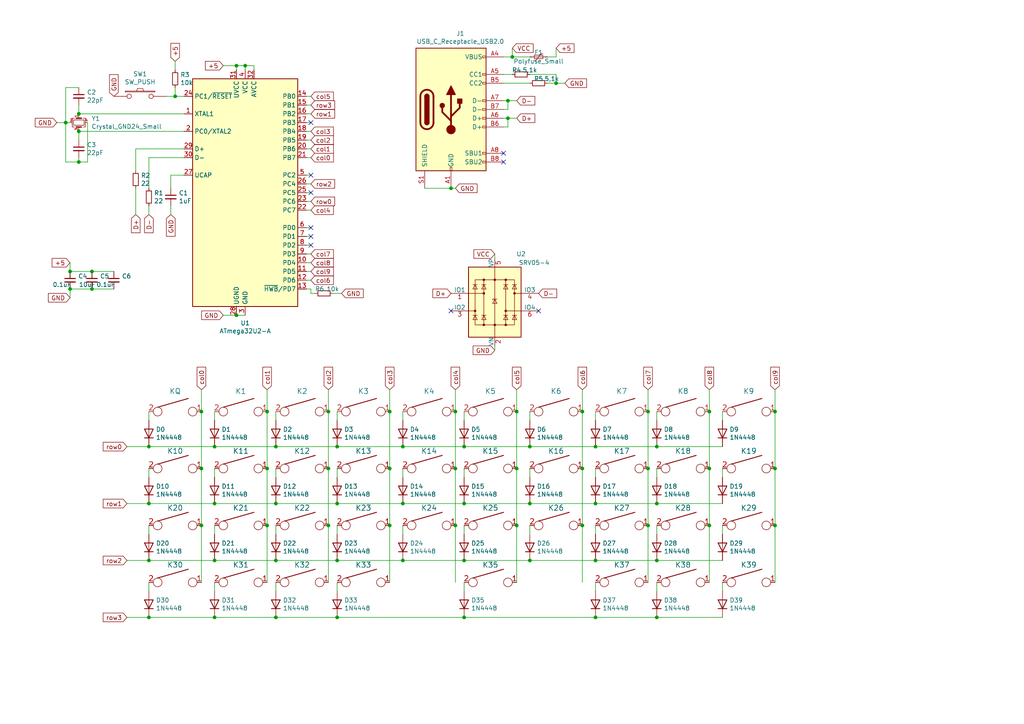
<source format=kicad_sch>
(kicad_sch (version 20210621) (generator eeschema)
  (paper "A4")
  (junction (at 19.05 35.56))
  (junction (at 20.32 78.74))
  (junction (at 20.32 83.82))
  (junction (at 22.86 33.02))
  (junction (at 22.86 38.1))
  (junction (at 22.86 46.99))
  (junction (at 26.67 78.74))
  (junction (at 26.67 83.82))
  (junction (at 43.18 129.54))
  (junction (at 43.18 146.05))
  (junction (at 43.18 162.56))
  (junction (at 43.18 179.07))
  (junction (at 50.8 27.94))
  (junction (at 58.42 119.38))
  (junction (at 58.42 135.89))
  (junction (at 58.42 152.4))
  (junction (at 62.23 129.54))
  (junction (at 62.23 146.05))
  (junction (at 62.23 162.56))
  (junction (at 62.23 179.07))
  (junction (at 68.58 19.05))
  (junction (at 68.58 91.44))
  (junction (at 71.12 19.05))
  (junction (at 77.47 119.38))
  (junction (at 77.47 135.89))
  (junction (at 77.47 152.4))
  (junction (at 80.01 129.54))
  (junction (at 80.01 146.05))
  (junction (at 80.01 162.56))
  (junction (at 80.01 179.07))
  (junction (at 95.25 119.38))
  (junction (at 95.25 135.89))
  (junction (at 95.25 152.4))
  (junction (at 97.79 129.54))
  (junction (at 97.79 146.05))
  (junction (at 97.79 162.56))
  (junction (at 97.79 179.07))
  (junction (at 113.03 119.38))
  (junction (at 113.03 135.89))
  (junction (at 113.03 152.4))
  (junction (at 116.84 129.54))
  (junction (at 116.84 146.05))
  (junction (at 116.84 162.56))
  (junction (at 130.81 54.61))
  (junction (at 132.08 119.38))
  (junction (at 132.08 135.89))
  (junction (at 132.08 152.4))
  (junction (at 134.62 129.54))
  (junction (at 134.62 146.05))
  (junction (at 134.62 162.56))
  (junction (at 134.62 179.07))
  (junction (at 147.32 29.21))
  (junction (at 147.32 34.29))
  (junction (at 148.59 16.51))
  (junction (at 149.86 119.38))
  (junction (at 149.86 135.89))
  (junction (at 149.86 152.4))
  (junction (at 153.67 129.54))
  (junction (at 153.67 146.05))
  (junction (at 153.67 162.56))
  (junction (at 161.29 24.13))
  (junction (at 168.91 119.38))
  (junction (at 168.91 135.89))
  (junction (at 168.91 152.4))
  (junction (at 172.72 129.54))
  (junction (at 172.72 146.05))
  (junction (at 172.72 162.56))
  (junction (at 172.72 179.07))
  (junction (at 187.96 119.38))
  (junction (at 187.96 135.89))
  (junction (at 187.96 152.4))
  (junction (at 190.5 129.54))
  (junction (at 190.5 146.05))
  (junction (at 190.5 162.56))
  (junction (at 190.5 179.07))
  (junction (at 205.74 119.38))
  (junction (at 205.74 135.89))
  (junction (at 205.74 152.4))
  (junction (at 224.79 119.38))
  (junction (at 224.79 135.89))
  (junction (at 224.79 152.4))
  (no_connect (at 90.17 35.56))
  (no_connect (at 90.17 50.8))
  (no_connect (at 90.17 55.88))
  (no_connect (at 90.17 66.04))
  (no_connect (at 90.17 68.58))
  (no_connect (at 90.17 71.12))
  (no_connect (at 130.81 90.17))
  (no_connect (at 146.05 44.45))
  (no_connect (at 146.05 46.99))
  (no_connect (at 156.21 90.17))
  (wire (pts (xy 19.05 25.4) (xy 19.05 35.56)))
  (wire (pts (xy 19.05 35.56) (xy 16.51 35.56)))
  (wire (pts (xy 19.05 35.56) (xy 19.05 46.99)))
  (wire (pts (xy 19.05 46.99) (xy 22.86 46.99)))
  (wire (pts (xy 20.32 35.56) (xy 19.05 35.56)))
  (wire (pts (xy 20.32 78.74) (xy 20.32 76.2)))
  (wire (pts (xy 20.32 83.82) (xy 20.32 86.36)))
  (wire (pts (xy 20.32 83.82) (xy 26.67 83.82)))
  (wire (pts (xy 22.86 25.4) (xy 19.05 25.4)))
  (wire (pts (xy 22.86 33.02) (xy 22.86 30.48)))
  (wire (pts (xy 22.86 38.1) (xy 22.86 40.64)))
  (wire (pts (xy 22.86 46.99) (xy 22.86 45.72)))
  (wire (pts (xy 25.4 35.56) (xy 25.4 46.99)))
  (wire (pts (xy 25.4 46.99) (xy 22.86 46.99)))
  (wire (pts (xy 26.67 78.74) (xy 20.32 78.74)))
  (wire (pts (xy 26.67 83.82) (xy 33.02 83.82)))
  (wire (pts (xy 33.02 78.74) (xy 26.67 78.74)))
  (wire (pts (xy 36.83 146.05) (xy 43.18 146.05)))
  (wire (pts (xy 36.83 162.56) (xy 43.18 162.56)))
  (wire (pts (xy 36.83 179.07) (xy 43.18 179.07)))
  (wire (pts (xy 39.37 43.18) (xy 39.37 49.53)))
  (wire (pts (xy 39.37 54.61) (xy 39.37 62.23)))
  (wire (pts (xy 43.18 45.72) (xy 43.18 54.61)))
  (wire (pts (xy 43.18 59.69) (xy 43.18 62.23)))
  (wire (pts (xy 43.18 119.38) (xy 43.18 121.92)))
  (wire (pts (xy 43.18 129.54) (xy 36.83 129.54)))
  (wire (pts (xy 43.18 129.54) (xy 62.23 129.54)))
  (wire (pts (xy 43.18 135.89) (xy 43.18 138.43)))
  (wire (pts (xy 43.18 146.05) (xy 62.23 146.05)))
  (wire (pts (xy 43.18 152.4) (xy 43.18 154.94)))
  (wire (pts (xy 43.18 162.56) (xy 62.23 162.56)))
  (wire (pts (xy 43.18 168.91) (xy 43.18 171.45)))
  (wire (pts (xy 43.18 179.07) (xy 62.23 179.07)))
  (wire (pts (xy 49.53 50.8) (xy 49.53 54.61)))
  (wire (pts (xy 49.53 59.69) (xy 49.53 62.23)))
  (wire (pts (xy 50.8 17.78) (xy 50.8 20.32)))
  (wire (pts (xy 50.8 27.94) (xy 48.26 27.94)))
  (wire (pts (xy 50.8 27.94) (xy 50.8 25.4)))
  (wire (pts (xy 53.34 27.94) (xy 50.8 27.94)))
  (wire (pts (xy 53.34 33.02) (xy 22.86 33.02)))
  (wire (pts (xy 53.34 38.1) (xy 22.86 38.1)))
  (wire (pts (xy 53.34 43.18) (xy 39.37 43.18)))
  (wire (pts (xy 53.34 45.72) (xy 43.18 45.72)))
  (wire (pts (xy 53.34 50.8) (xy 49.53 50.8)))
  (wire (pts (xy 58.42 113.03) (xy 58.42 119.38)))
  (wire (pts (xy 58.42 119.38) (xy 58.42 135.89)))
  (wire (pts (xy 58.42 135.89) (xy 58.42 152.4)))
  (wire (pts (xy 58.42 152.4) (xy 58.42 168.91)))
  (wire (pts (xy 62.23 119.38) (xy 62.23 121.92)))
  (wire (pts (xy 62.23 129.54) (xy 80.01 129.54)))
  (wire (pts (xy 62.23 135.89) (xy 62.23 138.43)))
  (wire (pts (xy 62.23 146.05) (xy 80.01 146.05)))
  (wire (pts (xy 62.23 152.4) (xy 62.23 154.94)))
  (wire (pts (xy 62.23 162.56) (xy 80.01 162.56)))
  (wire (pts (xy 62.23 168.91) (xy 62.23 171.45)))
  (wire (pts (xy 62.23 179.07) (xy 80.01 179.07)))
  (wire (pts (xy 64.77 19.05) (xy 68.58 19.05)))
  (wire (pts (xy 68.58 19.05) (xy 68.58 20.32)))
  (wire (pts (xy 68.58 91.44) (xy 64.77 91.44)))
  (wire (pts (xy 68.58 91.44) (xy 71.12 91.44)))
  (wire (pts (xy 71.12 19.05) (xy 68.58 19.05)))
  (wire (pts (xy 71.12 19.05) (xy 71.12 20.32)))
  (wire (pts (xy 73.66 19.05) (xy 71.12 19.05)))
  (wire (pts (xy 73.66 20.32) (xy 73.66 19.05)))
  (wire (pts (xy 77.47 113.03) (xy 77.47 119.38)))
  (wire (pts (xy 77.47 119.38) (xy 77.47 135.89)))
  (wire (pts (xy 77.47 135.89) (xy 77.47 152.4)))
  (wire (pts (xy 77.47 152.4) (xy 77.47 168.91)))
  (wire (pts (xy 80.01 119.38) (xy 80.01 121.92)))
  (wire (pts (xy 80.01 129.54) (xy 97.79 129.54)))
  (wire (pts (xy 80.01 135.89) (xy 80.01 138.43)))
  (wire (pts (xy 80.01 146.05) (xy 97.79 146.05)))
  (wire (pts (xy 80.01 152.4) (xy 80.01 154.94)))
  (wire (pts (xy 80.01 162.56) (xy 97.79 162.56)))
  (wire (pts (xy 80.01 168.91) (xy 80.01 171.45)))
  (wire (pts (xy 80.01 179.07) (xy 97.79 179.07)))
  (wire (pts (xy 88.9 27.94) (xy 90.17 27.94)))
  (wire (pts (xy 88.9 30.48) (xy 90.17 30.48)))
  (wire (pts (xy 88.9 33.02) (xy 90.17 33.02)))
  (wire (pts (xy 88.9 35.56) (xy 90.17 35.56)))
  (wire (pts (xy 88.9 38.1) (xy 90.17 38.1)))
  (wire (pts (xy 88.9 40.64) (xy 90.17 40.64)))
  (wire (pts (xy 88.9 43.18) (xy 90.17 43.18)))
  (wire (pts (xy 88.9 45.72) (xy 90.17 45.72)))
  (wire (pts (xy 88.9 50.8) (xy 90.17 50.8)))
  (wire (pts (xy 88.9 53.34) (xy 90.17 53.34)))
  (wire (pts (xy 88.9 55.88) (xy 90.17 55.88)))
  (wire (pts (xy 88.9 58.42) (xy 90.17 58.42)))
  (wire (pts (xy 88.9 60.96) (xy 90.17 60.96)))
  (wire (pts (xy 88.9 66.04) (xy 90.17 66.04)))
  (wire (pts (xy 88.9 68.58) (xy 90.17 68.58)))
  (wire (pts (xy 88.9 71.12) (xy 90.17 71.12)))
  (wire (pts (xy 88.9 73.66) (xy 90.17 73.66)))
  (wire (pts (xy 88.9 76.2) (xy 90.17 76.2)))
  (wire (pts (xy 88.9 78.74) (xy 90.17 78.74)))
  (wire (pts (xy 88.9 81.28) (xy 90.17 81.28)))
  (wire (pts (xy 88.9 83.82) (xy 90.17 83.82)))
  (wire (pts (xy 90.17 83.82) (xy 90.17 85.09)))
  (wire (pts (xy 90.17 85.09) (xy 91.44 85.09)))
  (wire (pts (xy 95.25 113.03) (xy 95.25 119.38)))
  (wire (pts (xy 95.25 119.38) (xy 95.25 135.89)))
  (wire (pts (xy 95.25 135.89) (xy 95.25 152.4)))
  (wire (pts (xy 95.25 152.4) (xy 95.25 168.91)))
  (wire (pts (xy 96.52 85.09) (xy 99.06 85.09)))
  (wire (pts (xy 97.79 119.38) (xy 97.79 121.92)))
  (wire (pts (xy 97.79 129.54) (xy 116.84 129.54)))
  (wire (pts (xy 97.79 135.89) (xy 97.79 138.43)))
  (wire (pts (xy 97.79 146.05) (xy 116.84 146.05)))
  (wire (pts (xy 97.79 152.4) (xy 97.79 154.94)))
  (wire (pts (xy 97.79 162.56) (xy 116.84 162.56)))
  (wire (pts (xy 97.79 168.91) (xy 97.79 171.45)))
  (wire (pts (xy 97.79 179.07) (xy 134.62 179.07)))
  (wire (pts (xy 113.03 113.03) (xy 113.03 119.38)))
  (wire (pts (xy 113.03 119.38) (xy 113.03 135.89)))
  (wire (pts (xy 113.03 135.89) (xy 113.03 152.4)))
  (wire (pts (xy 113.03 152.4) (xy 113.03 168.91)))
  (wire (pts (xy 116.84 119.38) (xy 116.84 121.92)))
  (wire (pts (xy 116.84 129.54) (xy 134.62 129.54)))
  (wire (pts (xy 116.84 135.89) (xy 116.84 138.43)))
  (wire (pts (xy 116.84 146.05) (xy 134.62 146.05)))
  (wire (pts (xy 116.84 152.4) (xy 116.84 154.94)))
  (wire (pts (xy 116.84 162.56) (xy 134.62 162.56)))
  (wire (pts (xy 123.19 54.61) (xy 130.81 54.61)))
  (wire (pts (xy 130.81 54.61) (xy 132.08 54.61)))
  (wire (pts (xy 132.08 113.03) (xy 132.08 119.38)))
  (wire (pts (xy 132.08 119.38) (xy 132.08 135.89)))
  (wire (pts (xy 132.08 135.89) (xy 132.08 152.4)))
  (wire (pts (xy 132.08 152.4) (xy 132.08 168.91)))
  (wire (pts (xy 134.62 119.38) (xy 134.62 121.92)))
  (wire (pts (xy 134.62 129.54) (xy 153.67 129.54)))
  (wire (pts (xy 134.62 135.89) (xy 134.62 138.43)))
  (wire (pts (xy 134.62 146.05) (xy 153.67 146.05)))
  (wire (pts (xy 134.62 152.4) (xy 134.62 154.94)))
  (wire (pts (xy 134.62 162.56) (xy 153.67 162.56)))
  (wire (pts (xy 134.62 168.91) (xy 134.62 171.45)))
  (wire (pts (xy 134.62 179.07) (xy 172.72 179.07)))
  (wire (pts (xy 143.51 74.93) (xy 143.51 73.66)))
  (wire (pts (xy 143.51 100.33) (xy 143.51 101.6)))
  (wire (pts (xy 146.05 16.51) (xy 148.59 16.51)))
  (wire (pts (xy 146.05 21.59) (xy 148.59 21.59)))
  (wire (pts (xy 146.05 24.13) (xy 153.67 24.13)))
  (wire (pts (xy 146.05 29.21) (xy 147.32 29.21)))
  (wire (pts (xy 146.05 34.29) (xy 147.32 34.29)))
  (wire (pts (xy 147.32 29.21) (xy 147.32 31.75)))
  (wire (pts (xy 147.32 29.21) (xy 149.86 29.21)))
  (wire (pts (xy 147.32 31.75) (xy 146.05 31.75)))
  (wire (pts (xy 147.32 34.29) (xy 147.32 36.83)))
  (wire (pts (xy 147.32 34.29) (xy 149.86 34.29)))
  (wire (pts (xy 147.32 36.83) (xy 146.05 36.83)))
  (wire (pts (xy 148.59 16.51) (xy 148.59 13.97)))
  (wire (pts (xy 148.59 16.51) (xy 153.67 16.51)))
  (wire (pts (xy 149.86 113.03) (xy 149.86 119.38)))
  (wire (pts (xy 149.86 119.38) (xy 149.86 135.89)))
  (wire (pts (xy 149.86 135.89) (xy 149.86 152.4)))
  (wire (pts (xy 149.86 152.4) (xy 149.86 168.91)))
  (wire (pts (xy 153.67 21.59) (xy 161.29 21.59)))
  (wire (pts (xy 153.67 119.38) (xy 153.67 121.92)))
  (wire (pts (xy 153.67 129.54) (xy 172.72 129.54)))
  (wire (pts (xy 153.67 135.89) (xy 153.67 138.43)))
  (wire (pts (xy 153.67 146.05) (xy 172.72 146.05)))
  (wire (pts (xy 153.67 152.4) (xy 153.67 154.94)))
  (wire (pts (xy 153.67 162.56) (xy 172.72 162.56)))
  (wire (pts (xy 158.75 16.51) (xy 161.29 16.51)))
  (wire (pts (xy 161.29 16.51) (xy 161.29 13.97)))
  (wire (pts (xy 161.29 21.59) (xy 161.29 24.13)))
  (wire (pts (xy 161.29 24.13) (xy 158.75 24.13)))
  (wire (pts (xy 161.29 24.13) (xy 163.83 24.13)))
  (wire (pts (xy 168.91 113.03) (xy 168.91 119.38)))
  (wire (pts (xy 168.91 119.38) (xy 168.91 135.89)))
  (wire (pts (xy 168.91 135.89) (xy 168.91 152.4)))
  (wire (pts (xy 168.91 152.4) (xy 168.91 168.91)))
  (wire (pts (xy 172.72 119.38) (xy 172.72 121.92)))
  (wire (pts (xy 172.72 129.54) (xy 190.5 129.54)))
  (wire (pts (xy 172.72 135.89) (xy 172.72 138.43)))
  (wire (pts (xy 172.72 146.05) (xy 190.5 146.05)))
  (wire (pts (xy 172.72 152.4) (xy 172.72 154.94)))
  (wire (pts (xy 172.72 162.56) (xy 190.5 162.56)))
  (wire (pts (xy 172.72 168.91) (xy 172.72 171.45)))
  (wire (pts (xy 172.72 179.07) (xy 190.5 179.07)))
  (wire (pts (xy 187.96 113.03) (xy 187.96 119.38)))
  (wire (pts (xy 187.96 119.38) (xy 187.96 135.89)))
  (wire (pts (xy 187.96 135.89) (xy 187.96 152.4)))
  (wire (pts (xy 187.96 152.4) (xy 187.96 168.91)))
  (wire (pts (xy 190.5 119.38) (xy 190.5 121.92)))
  (wire (pts (xy 190.5 129.54) (xy 209.55 129.54)))
  (wire (pts (xy 190.5 135.89) (xy 190.5 138.43)))
  (wire (pts (xy 190.5 146.05) (xy 209.55 146.05)))
  (wire (pts (xy 190.5 152.4) (xy 190.5 154.94)))
  (wire (pts (xy 190.5 162.56) (xy 209.55 162.56)))
  (wire (pts (xy 190.5 168.91) (xy 190.5 171.45)))
  (wire (pts (xy 190.5 179.07) (xy 209.55 179.07)))
  (wire (pts (xy 205.74 113.03) (xy 205.74 119.38)))
  (wire (pts (xy 205.74 119.38) (xy 205.74 135.89)))
  (wire (pts (xy 205.74 135.89) (xy 205.74 152.4)))
  (wire (pts (xy 205.74 152.4) (xy 205.74 168.91)))
  (wire (pts (xy 209.55 119.38) (xy 209.55 121.92)))
  (wire (pts (xy 209.55 135.89) (xy 209.55 138.43)))
  (wire (pts (xy 209.55 152.4) (xy 209.55 154.94)))
  (wire (pts (xy 209.55 168.91) (xy 209.55 171.45)))
  (wire (pts (xy 224.79 113.03) (xy 224.79 119.38)))
  (wire (pts (xy 224.79 119.38) (xy 224.79 135.89)))
  (wire (pts (xy 224.79 135.89) (xy 224.79 152.4)))
  (wire (pts (xy 224.79 152.4) (xy 224.79 168.91)))
  (global_label "GND" (shape input) (at 16.51 35.56 180) (property "Intersheet References" "${INTERSHEET_REFS}" (effects hide)))
  (global_label "+5" (shape input) (at 20.32 76.2 180) (property "Intersheet References" "${INTERSHEET_REFS}" (effects hide)))
  (global_label "GND" (shape input) (at 20.32 86.36 180) (property "Intersheet References" "${INTERSHEET_REFS}" (effects hide)))
  (global_label "GND" (shape input) (at 33.02 27.94 90) (property "Intersheet References" "${INTERSHEET_REFS}" (effects hide)))
  (global_label "row0" (shape input) (at 36.83 129.54 180) (property "Intersheet References" "${INTERSHEET_REFS}" (effects hide)))
  (global_label "row1" (shape input) (at 36.83 146.05 180) (property "Intersheet References" "${INTERSHEET_REFS}" (effects hide)))
  (global_label "row2" (shape input) (at 36.83 162.56 180) (property "Intersheet References" "${INTERSHEET_REFS}" (effects hide)))
  (global_label "row3" (shape input) (at 36.83 179.07 180) (property "Intersheet References" "${INTERSHEET_REFS}" (effects hide)))
  (global_label "D+" (shape input) (at 39.37 62.23 270) (property "Intersheet References" "${INTERSHEET_REFS}" (effects hide)))
  (global_label "D-" (shape input) (at 43.18 62.23 270) (property "Intersheet References" "${INTERSHEET_REFS}" (effects hide)))
  (global_label "GND" (shape input) (at 49.53 62.23 270) (property "Intersheet References" "${INTERSHEET_REFS}" (effects hide)))
  (global_label "+5" (shape input) (at 50.8 17.78 90) (property "Intersheet References" "${INTERSHEET_REFS}" (effects hide)))
  (global_label "col0" (shape input) (at 58.42 113.03 90) (property "Intersheet References" "${INTERSHEET_REFS}" (effects hide)))
  (global_label "+5" (shape input) (at 64.77 19.05 180) (property "Intersheet References" "${INTERSHEET_REFS}" (effects hide)))
  (global_label "GND" (shape input) (at 64.77 91.44 180) (property "Intersheet References" "${INTERSHEET_REFS}" (effects hide)))
  (global_label "col1" (shape input) (at 77.47 113.03 90) (property "Intersheet References" "${INTERSHEET_REFS}" (effects hide)))
  (global_label "col5" (shape input) (at 90.17 27.94 0) (property "Intersheet References" "${INTERSHEET_REFS}" (effects hide)))
  (global_label "row3" (shape input) (at 90.17 30.48 0) (property "Intersheet References" "${INTERSHEET_REFS}" (effects hide)))
  (global_label "row1" (shape input) (at 90.17 33.02 0) (property "Intersheet References" "${INTERSHEET_REFS}" (effects hide)))
  (global_label "col3" (shape input) (at 90.17 38.1 0) (property "Intersheet References" "${INTERSHEET_REFS}" (effects hide)))
  (global_label "col2" (shape input) (at 90.17 40.64 0) (property "Intersheet References" "${INTERSHEET_REFS}" (effects hide)))
  (global_label "col1" (shape input) (at 90.17 43.18 0) (property "Intersheet References" "${INTERSHEET_REFS}" (effects hide)))
  (global_label "col0" (shape input) (at 90.17 45.72 0) (property "Intersheet References" "${INTERSHEET_REFS}" (effects hide)))
  (global_label "row2" (shape input) (at 90.17 53.34 0) (property "Intersheet References" "${INTERSHEET_REFS}" (effects hide)))
  (global_label "row0" (shape input) (at 90.17 58.42 0) (property "Intersheet References" "${INTERSHEET_REFS}" (effects hide)))
  (global_label "col4" (shape input) (at 90.17 60.96 0) (property "Intersheet References" "${INTERSHEET_REFS}" (effects hide)))
  (global_label "col7" (shape input) (at 90.17 73.66 0) (property "Intersheet References" "${INTERSHEET_REFS}" (effects hide)))
  (global_label "col8" (shape input) (at 90.17 76.2 0) (property "Intersheet References" "${INTERSHEET_REFS}" (effects hide)))
  (global_label "col9" (shape input) (at 90.17 78.74 0) (property "Intersheet References" "${INTERSHEET_REFS}" (effects hide)))
  (global_label "col6" (shape input) (at 90.17 81.28 0) (property "Intersheet References" "${INTERSHEET_REFS}" (effects hide)))
  (global_label "col2" (shape input) (at 95.25 113.03 90) (property "Intersheet References" "${INTERSHEET_REFS}" (effects hide)))
  (global_label "GND" (shape input) (at 99.06 85.09 0) (property "Intersheet References" "${INTERSHEET_REFS}" (effects hide)))
  (global_label "col3" (shape input) (at 113.03 113.03 90) (property "Intersheet References" "${INTERSHEET_REFS}" (effects hide)))
  (global_label "D+" (shape input) (at 130.81 85.09 180) (property "Intersheet References" "${INTERSHEET_REFS}" (effects hide)))
  (global_label "GND" (shape input) (at 132.08 54.61 0) (property "Intersheet References" "${INTERSHEET_REFS}" (effects hide)))
  (global_label "col4" (shape input) (at 132.08 113.03 90) (property "Intersheet References" "${INTERSHEET_REFS}" (effects hide)))
  (global_label "VCC" (shape input) (at 143.51 73.66 180) (property "Intersheet References" "${INTERSHEET_REFS}" (effects hide)))
  (global_label "GND" (shape input) (at 143.51 101.6 180) (property "Intersheet References" "${INTERSHEET_REFS}" (effects hide)))
  (global_label "VCC" (shape input) (at 148.59 13.97 0) (property "Intersheet References" "${INTERSHEET_REFS}" (effects hide)))
  (global_label "D-" (shape input) (at 149.86 29.21 0) (property "Intersheet References" "${INTERSHEET_REFS}" (effects hide)))
  (global_label "D+" (shape input) (at 149.86 34.29 0) (property "Intersheet References" "${INTERSHEET_REFS}" (effects hide)))
  (global_label "col5" (shape input) (at 149.86 113.03 90) (property "Intersheet References" "${INTERSHEET_REFS}" (effects hide)))
  (global_label "D-" (shape input) (at 156.21 85.09 0) (property "Intersheet References" "${INTERSHEET_REFS}" (effects hide)))
  (global_label "+5" (shape input) (at 161.29 13.97 0) (property "Intersheet References" "${INTERSHEET_REFS}" (effects hide)))
  (global_label "GND" (shape input) (at 163.83 24.13 0) (property "Intersheet References" "${INTERSHEET_REFS}" (effects hide)))
  (global_label "col6" (shape input) (at 168.91 113.03 90) (property "Intersheet References" "${INTERSHEET_REFS}" (effects hide)))
  (global_label "col7" (shape input) (at 187.96 113.03 90) (property "Intersheet References" "${INTERSHEET_REFS}" (effects hide)))
  (global_label "col8" (shape input) (at 205.74 113.03 90) (property "Intersheet References" "${INTERSHEET_REFS}" (effects hide)))
  (global_label "col9" (shape input) (at 224.79 113.03 90) (property "Intersheet References" "${INTERSHEET_REFS}" (effects hide)))
  (symbol (lib_id "Device:R_Small") (at 39.37 52.07 0) (unit 1)
    (property "Reference" "R2" (at 40.8686 50.9016 0) (effects (justify left)))
    (property "Value" "22" (at 40.8686 53.213 0) (effects (justify left)))
    (property "Footprint" "Resistor_SMD:R_0805_2012Metric" (effects hide))
    (property "LCSC" "C17561" (effects hide))
  )
  (symbol (lib_id "Device:R_Small") (at 43.18 57.15 180) (unit 1)
    (property "Reference" "R1" (at 44.6786 55.9816 0) (effects (justify right)))
    (property "Value" "22" (at 44.6786 58.293 0) (effects (justify right)))
    (property "Footprint" "Resistor_SMD:R_0805_2012Metric" (effects hide))
    (property "LCSC" "C17561" (effects hide))
  )
  (symbol (lib_id "Device:R_Small") (at 50.8 22.86 0) (unit 1)
    (property "Reference" "R3" (at 52.2986 21.6916 0) (effects (justify left)))
    (property "Value" "10k" (at 52.2986 24.003 0) (effects (justify left)))
    (property "Footprint" "Resistor_SMD:R_0805_2012Metric" (effects hide))
    (property "LCSC" "C17414" (effects hide))
  )
  (symbol (lib_id "Device:R_Small") (at 93.98 85.09 270) (unit 1)
    (property "Reference" "R6" (at 92.71 83.82 90))
    (property "Value" "10k" (at 96.52 83.82 90))
    (property "Footprint" "Resistor_SMD:R_0805_2012Metric" (effects hide))
    (property "LCSC" "C17414" (effects hide))
  )
  (symbol (lib_id "Device:R_Small") (at 151.13 21.59 270) (mirror x) (unit 1)
    (property "Reference" "R4" (at 149.86 20.32 90))
    (property "Value" "5,1k" (at 153.67 20.32 90))
    (property "Footprint" "Resistor_SMD:R_0805_2012Metric" (effects hide))
    (property "LCSC" "C27834" (effects hide))
  )
  (symbol (lib_id "Device:R_Small") (at 156.21 24.13 270) (mirror x) (unit 1)
    (property "Reference" "R5" (at 156.21 22.86 90))
    (property "Value" "5,1k" (at 160.02 22.86 90))
    (property "Footprint" "Resistor_SMD:R_0805_2012Metric" (effects hide))
    (property "LCSC" "C27834" (effects hide))
  )
  (symbol (lib_id "Device:Polyfuse_Small") (at 156.21 16.51 90) (unit 1)
    (property "Reference" "F1" (at 156.21 15.24 90))
    (property "Value" "Polyfuse_Small" (at 156.21 17.78 90))
    (property "Footprint" "Fuse:Fuse_1206_3216Metric" (effects hide))
    (property "LCSC" "C69688" (effects hide))
  )
  (symbol (lib_id "Device:C_Small") (at 20.32 81.28 0) (unit 1)
    (property "Reference" "C4" (at 22.6568 80.1116 0) (effects (justify left)))
    (property "Value" "0.1uF" (at 15.24 82.55 0) (effects (justify left)))
    (property "Footprint" "Capacitor_SMD:C_0805_2012Metric" (effects hide))
    (property "LCSC" "C49678" (effects hide))
  )
  (symbol (lib_id "Device:C_Small") (at 22.86 27.94 0) (unit 1)
    (property "Reference" "C2" (at 25.1968 26.7716 0) (effects (justify left)))
    (property "Value" "22pF" (at 25.1968 29.083 0) (effects (justify left)))
    (property "Footprint" "Capacitor_SMD:C_0805_2012Metric" (effects hide))
    (property "LCSC" "C1804" (effects hide))
  )
  (symbol (lib_id "Device:C_Small") (at 22.86 43.18 0) (unit 1)
    (property "Reference" "C3" (at 25.1968 42.0116 0) (effects (justify left)))
    (property "Value" "22pF" (at 25.1968 44.323 0) (effects (justify left)))
    (property "Footprint" "Capacitor_SMD:C_0805_2012Metric" (effects hide))
    (property "LCSC" "C1804" (effects hide))
  )
  (symbol (lib_id "Device:C_Small") (at 26.67 81.28 0) (unit 1)
    (property "Reference" "C5" (at 29.0068 80.1116 0) (effects (justify left)))
    (property "Value" "10uF" (at 22.86 82.55 0) (effects (justify left)))
    (property "Footprint" "Capacitor_SMD:C_0805_2012Metric" (effects hide))
    (property "LCSC" "C91245" (effects hide))
  )
  (symbol (lib_id "Device:C_Small") (at 33.02 81.28 0) (unit 1)
    (property "Reference" "C6" (at 35.3568 80.1116 0) (effects (justify left)))
    (property "Value" "0.1uF" (at 27.94 82.55 0) (effects (justify left)))
    (property "Footprint" "Capacitor_SMD:C_0805_2012Metric" (effects hide))
    (property "LCSC" "C49678" (effects hide))
  )
  (symbol (lib_id "Device:C_Small") (at 49.53 57.15 0) (unit 1)
    (property "Reference" "C1" (at 51.8668 55.9816 0) (effects (justify left)))
    (property "Value" "1uF" (at 51.8668 58.293 0) (effects (justify left)))
    (property "Footprint" "Capacitor_SMD:C_0805_2012Metric" (effects hide))
    (property "LCSC" "C28323" (effects hide))
  )
  (symbol (lib_id "Diode:1N4448") (at 43.18 125.73 90) (unit 1)
    (property "Reference" "D0" (at 45.212 124.5616 90) (effects (justify right)))
    (property "Value" "1N4448" (at 45.212 126.873 90) (effects (justify right)))
    (property "Footprint" "keyboard_parts:D_SOD123" (effects hide))
    (property "Datasheet" "https://assets.nexperia.com/documents/data-sheet/1N4148_1N4448.pdf" (effects hide))
    (property "LCSC" "C2128" (effects hide))
  )
  (symbol (lib_id "Diode:1N4448") (at 43.18 142.24 90) (unit 1)
    (property "Reference" "D10" (at 45.212 141.0716 90) (effects (justify right)))
    (property "Value" "1N4448" (at 45.212 143.383 90) (effects (justify right)))
    (property "Footprint" "keyboard_parts:D_SOD123" (effects hide))
    (property "Datasheet" "https://assets.nexperia.com/documents/data-sheet/1N4148_1N4448.pdf" (effects hide))
    (property "LCSC" "C2128" (effects hide))
  )
  (symbol (lib_id "Diode:1N4448") (at 43.18 158.75 90) (unit 1)
    (property "Reference" "D20" (at 45.212 157.5816 90) (effects (justify right)))
    (property "Value" "1N4448" (at 45.212 159.893 90) (effects (justify right)))
    (property "Footprint" "keyboard_parts:D_SOD123" (effects hide))
    (property "Datasheet" "https://assets.nexperia.com/documents/data-sheet/1N4148_1N4448.pdf" (effects hide))
    (property "LCSC" "C2128" (effects hide))
  )
  (symbol (lib_id "Diode:1N4448") (at 43.18 175.26 90) (unit 1)
    (property "Reference" "D30" (at 45.212 174.0916 90) (effects (justify right)))
    (property "Value" "1N4448" (at 45.212 176.403 90) (effects (justify right)))
    (property "Footprint" "keyboard_parts:D_SOD123" (effects hide))
    (property "Datasheet" "https://assets.nexperia.com/documents/data-sheet/1N4148_1N4448.pdf" (effects hide))
    (property "LCSC" "C2128" (effects hide))
  )
  (symbol (lib_id "Diode:1N4448") (at 62.23 125.73 90) (unit 1)
    (property "Reference" "D1" (at 64.262 124.5616 90) (effects (justify right)))
    (property "Value" "1N4448" (at 64.262 126.873 90) (effects (justify right)))
    (property "Footprint" "keyboard_parts:D_SOD123" (effects hide))
    (property "Datasheet" "https://assets.nexperia.com/documents/data-sheet/1N4148_1N4448.pdf" (effects hide))
    (property "LCSC" "C2128" (effects hide))
  )
  (symbol (lib_id "Diode:1N4448") (at 62.23 142.24 90) (unit 1)
    (property "Reference" "D11" (at 64.262 141.0716 90) (effects (justify right)))
    (property "Value" "1N4448" (at 64.262 143.383 90) (effects (justify right)))
    (property "Footprint" "keyboard_parts:D_SOD123" (effects hide))
    (property "Datasheet" "https://assets.nexperia.com/documents/data-sheet/1N4148_1N4448.pdf" (effects hide))
    (property "LCSC" "C2128" (effects hide))
  )
  (symbol (lib_id "Diode:1N4448") (at 62.23 158.75 90) (unit 1)
    (property "Reference" "D21" (at 64.262 157.5816 90) (effects (justify right)))
    (property "Value" "1N4448" (at 64.262 159.893 90) (effects (justify right)))
    (property "Footprint" "keyboard_parts:D_SOD123" (effects hide))
    (property "Datasheet" "https://assets.nexperia.com/documents/data-sheet/1N4148_1N4448.pdf" (effects hide))
    (property "LCSC" "C2128" (effects hide))
  )
  (symbol (lib_id "Diode:1N4448") (at 62.23 175.26 90) (unit 1)
    (property "Reference" "D31" (at 64.262 174.0916 90) (effects (justify right)))
    (property "Value" "1N4448" (at 64.262 176.403 90) (effects (justify right)))
    (property "Footprint" "keyboard_parts:D_SOD123" (effects hide))
    (property "Datasheet" "https://assets.nexperia.com/documents/data-sheet/1N4148_1N4448.pdf" (effects hide))
    (property "LCSC" "C2128" (effects hide))
  )
  (symbol (lib_id "Diode:1N4448") (at 80.01 125.73 90) (unit 1)
    (property "Reference" "D2" (at 82.042 124.5616 90) (effects (justify right)))
    (property "Value" "1N4448" (at 82.042 126.873 90) (effects (justify right)))
    (property "Footprint" "keyboard_parts:D_SOD123" (effects hide))
    (property "Datasheet" "https://assets.nexperia.com/documents/data-sheet/1N4148_1N4448.pdf" (effects hide))
    (property "LCSC" "C2128" (effects hide))
  )
  (symbol (lib_id "Diode:1N4448") (at 80.01 142.24 90) (unit 1)
    (property "Reference" "D12" (at 82.042 141.0716 90) (effects (justify right)))
    (property "Value" "1N4448" (at 82.042 143.383 90) (effects (justify right)))
    (property "Footprint" "keyboard_parts:D_SOD123" (effects hide))
    (property "Datasheet" "https://assets.nexperia.com/documents/data-sheet/1N4148_1N4448.pdf" (effects hide))
    (property "LCSC" "C2128" (effects hide))
  )
  (symbol (lib_id "Diode:1N4448") (at 80.01 158.75 90) (unit 1)
    (property "Reference" "D22" (at 82.042 157.5816 90) (effects (justify right)))
    (property "Value" "1N4448" (at 82.042 159.893 90) (effects (justify right)))
    (property "Footprint" "keyboard_parts:D_SOD123" (effects hide))
    (property "Datasheet" "https://assets.nexperia.com/documents/data-sheet/1N4148_1N4448.pdf" (effects hide))
    (property "LCSC" "C2128" (effects hide))
  )
  (symbol (lib_id "Diode:1N4448") (at 80.01 175.26 90) (unit 1)
    (property "Reference" "D32" (at 82.042 174.0916 90) (effects (justify right)))
    (property "Value" "1N4448" (at 82.042 176.403 90) (effects (justify right)))
    (property "Footprint" "keyboard_parts:D_SOD123" (effects hide))
    (property "Datasheet" "https://assets.nexperia.com/documents/data-sheet/1N4148_1N4448.pdf" (effects hide))
    (property "LCSC" "C2128" (effects hide))
  )
  (symbol (lib_id "Diode:1N4448") (at 97.79 125.73 90) (unit 1)
    (property "Reference" "D3" (at 99.822 124.5616 90) (effects (justify right)))
    (property "Value" "1N4448" (at 99.822 126.873 90) (effects (justify right)))
    (property "Footprint" "keyboard_parts:D_SOD123" (effects hide))
    (property "Datasheet" "https://assets.nexperia.com/documents/data-sheet/1N4148_1N4448.pdf" (effects hide))
    (property "LCSC" "C2128" (effects hide))
  )
  (symbol (lib_id "Diode:1N4448") (at 97.79 142.24 90) (unit 1)
    (property "Reference" "D13" (at 99.822 141.0716 90) (effects (justify right)))
    (property "Value" "1N4448" (at 99.822 143.383 90) (effects (justify right)))
    (property "Footprint" "keyboard_parts:D_SOD123" (effects hide))
    (property "Datasheet" "https://assets.nexperia.com/documents/data-sheet/1N4148_1N4448.pdf" (effects hide))
    (property "LCSC" "C2128" (effects hide))
  )
  (symbol (lib_id "Diode:1N4448") (at 97.79 158.75 90) (unit 1)
    (property "Reference" "D23" (at 99.822 157.5816 90) (effects (justify right)))
    (property "Value" "1N4448" (at 99.822 159.893 90) (effects (justify right)))
    (property "Footprint" "keyboard_parts:D_SOD123" (effects hide))
    (property "Datasheet" "https://assets.nexperia.com/documents/data-sheet/1N4148_1N4448.pdf" (effects hide))
    (property "LCSC" "C2128" (effects hide))
  )
  (symbol (lib_id "Diode:1N4448") (at 97.79 175.26 90) (unit 1)
    (property "Reference" "D33" (at 99.822 174.0916 90) (effects (justify right)))
    (property "Value" "1N4448" (at 99.822 176.403 90) (effects (justify right)))
    (property "Footprint" "keyboard_parts:D_SOD123" (effects hide))
    (property "Datasheet" "https://assets.nexperia.com/documents/data-sheet/1N4148_1N4448.pdf" (effects hide))
    (property "LCSC" "C2128" (effects hide))
  )
  (symbol (lib_id "Diode:1N4448") (at 116.84 125.73 90) (unit 1)
    (property "Reference" "D4" (at 118.872 124.5616 90) (effects (justify right)))
    (property "Value" "1N4448" (at 118.872 126.873 90) (effects (justify right)))
    (property "Footprint" "keyboard_parts:D_SOD123" (effects hide))
    (property "Datasheet" "https://assets.nexperia.com/documents/data-sheet/1N4148_1N4448.pdf" (effects hide))
    (property "LCSC" "C2128" (effects hide))
  )
  (symbol (lib_id "Diode:1N4448") (at 116.84 142.24 90) (unit 1)
    (property "Reference" "D14" (at 118.872 141.0716 90) (effects (justify right)))
    (property "Value" "1N4448" (at 118.872 143.383 90) (effects (justify right)))
    (property "Footprint" "keyboard_parts:D_SOD123" (effects hide))
    (property "Datasheet" "https://assets.nexperia.com/documents/data-sheet/1N4148_1N4448.pdf" (effects hide))
    (property "LCSC" "C2128" (effects hide))
  )
  (symbol (lib_id "Diode:1N4448") (at 116.84 158.75 90) (unit 1)
    (property "Reference" "D24" (at 118.872 157.5816 90) (effects (justify right)))
    (property "Value" "1N4448" (at 118.872 159.893 90) (effects (justify right)))
    (property "Footprint" "keyboard_parts:D_SOD123" (effects hide))
    (property "Datasheet" "https://assets.nexperia.com/documents/data-sheet/1N4148_1N4448.pdf" (effects hide))
    (property "LCSC" "C2128" (effects hide))
  )
  (symbol (lib_id "Diode:1N4448") (at 134.62 125.73 90) (unit 1)
    (property "Reference" "D5" (at 136.652 124.5616 90) (effects (justify right)))
    (property "Value" "1N4448" (at 136.652 126.873 90) (effects (justify right)))
    (property "Footprint" "keyboard_parts:D_SOD123" (effects hide))
    (property "Datasheet" "https://assets.nexperia.com/documents/data-sheet/1N4148_1N4448.pdf" (effects hide))
    (property "LCSC" "C2128" (effects hide))
  )
  (symbol (lib_id "Diode:1N4448") (at 134.62 142.24 90) (unit 1)
    (property "Reference" "D15" (at 136.652 141.0716 90) (effects (justify right)))
    (property "Value" "1N4448" (at 136.652 143.383 90) (effects (justify right)))
    (property "Footprint" "keyboard_parts:D_SOD123" (effects hide))
    (property "Datasheet" "https://assets.nexperia.com/documents/data-sheet/1N4148_1N4448.pdf" (effects hide))
    (property "LCSC" "C2128" (effects hide))
  )
  (symbol (lib_id "Diode:1N4448") (at 134.62 158.75 90) (unit 1)
    (property "Reference" "D25" (at 136.652 157.5816 90) (effects (justify right)))
    (property "Value" "1N4448" (at 136.652 159.893 90) (effects (justify right)))
    (property "Footprint" "keyboard_parts:D_SOD123" (effects hide))
    (property "Datasheet" "https://assets.nexperia.com/documents/data-sheet/1N4148_1N4448.pdf" (effects hide))
    (property "LCSC" "C2128" (effects hide))
  )
  (symbol (lib_id "Diode:1N4448") (at 134.62 175.26 90) (unit 1)
    (property "Reference" "D35" (at 136.652 174.0916 90) (effects (justify right)))
    (property "Value" "1N4448" (at 136.652 176.403 90) (effects (justify right)))
    (property "Footprint" "keyboard_parts:D_SOD123" (effects hide))
    (property "Datasheet" "https://assets.nexperia.com/documents/data-sheet/1N4148_1N4448.pdf" (effects hide))
    (property "LCSC" "C2128" (effects hide))
  )
  (symbol (lib_id "Diode:1N4448") (at 153.67 125.73 90) (unit 1)
    (property "Reference" "D6" (at 155.702 124.5616 90) (effects (justify right)))
    (property "Value" "1N4448" (at 155.702 126.873 90) (effects (justify right)))
    (property "Footprint" "keyboard_parts:D_SOD123" (effects hide))
    (property "Datasheet" "https://assets.nexperia.com/documents/data-sheet/1N4148_1N4448.pdf" (effects hide))
    (property "LCSC" "C2128" (effects hide))
  )
  (symbol (lib_id "Diode:1N4448") (at 153.67 142.24 90) (unit 1)
    (property "Reference" "D16" (at 155.702 141.0716 90) (effects (justify right)))
    (property "Value" "1N4448" (at 155.702 143.383 90) (effects (justify right)))
    (property "Footprint" "keyboard_parts:D_SOD123" (effects hide))
    (property "Datasheet" "https://assets.nexperia.com/documents/data-sheet/1N4148_1N4448.pdf" (effects hide))
    (property "LCSC" "C2128" (effects hide))
  )
  (symbol (lib_id "Diode:1N4448") (at 153.67 158.75 90) (unit 1)
    (property "Reference" "D26" (at 155.702 157.5816 90) (effects (justify right)))
    (property "Value" "1N4448" (at 155.702 159.893 90) (effects (justify right)))
    (property "Footprint" "keyboard_parts:D_SOD123" (effects hide))
    (property "Datasheet" "https://assets.nexperia.com/documents/data-sheet/1N4148_1N4448.pdf" (effects hide))
    (property "LCSC" "C2128" (effects hide))
  )
  (symbol (lib_id "Diode:1N4448") (at 172.72 125.73 90) (unit 1)
    (property "Reference" "D7" (at 174.752 124.5616 90) (effects (justify right)))
    (property "Value" "1N4448" (at 174.752 126.873 90) (effects (justify right)))
    (property "Footprint" "keyboard_parts:D_SOD123" (effects hide))
    (property "Datasheet" "https://assets.nexperia.com/documents/data-sheet/1N4148_1N4448.pdf" (effects hide))
    (property "LCSC" "C2128" (effects hide))
  )
  (symbol (lib_id "Diode:1N4448") (at 172.72 142.24 90) (unit 1)
    (property "Reference" "D17" (at 174.752 141.0716 90) (effects (justify right)))
    (property "Value" "1N4448" (at 174.752 143.383 90) (effects (justify right)))
    (property "Footprint" "keyboard_parts:D_SOD123" (effects hide))
    (property "Datasheet" "https://assets.nexperia.com/documents/data-sheet/1N4148_1N4448.pdf" (effects hide))
    (property "LCSC" "C2128" (effects hide))
  )
  (symbol (lib_id "Diode:1N4448") (at 172.72 158.75 90) (unit 1)
    (property "Reference" "D27" (at 174.752 157.5816 90) (effects (justify right)))
    (property "Value" "1N4448" (at 174.752 159.893 90) (effects (justify right)))
    (property "Footprint" "keyboard_parts:D_SOD123" (effects hide))
    (property "Datasheet" "https://assets.nexperia.com/documents/data-sheet/1N4148_1N4448.pdf" (effects hide))
    (property "LCSC" "C2128" (effects hide))
  )
  (symbol (lib_id "Diode:1N4448") (at 172.72 175.26 90) (unit 1)
    (property "Reference" "D37" (at 174.752 174.0916 90) (effects (justify right)))
    (property "Value" "1N4448" (at 174.752 176.403 90) (effects (justify right)))
    (property "Footprint" "keyboard_parts:D_SOD123" (effects hide))
    (property "Datasheet" "https://assets.nexperia.com/documents/data-sheet/1N4148_1N4448.pdf" (effects hide))
    (property "LCSC" "C2128" (effects hide))
  )
  (symbol (lib_id "Diode:1N4448") (at 190.5 125.73 90) (unit 1)
    (property "Reference" "D8" (at 192.532 124.5616 90) (effects (justify right)))
    (property "Value" "1N4448" (at 192.532 126.873 90) (effects (justify right)))
    (property "Footprint" "keyboard_parts:D_SOD123" (effects hide))
    (property "Datasheet" "https://assets.nexperia.com/documents/data-sheet/1N4148_1N4448.pdf" (effects hide))
    (property "LCSC" "C2128" (effects hide))
  )
  (symbol (lib_id "Diode:1N4448") (at 190.5 142.24 90) (unit 1)
    (property "Reference" "D18" (at 192.532 141.0716 90) (effects (justify right)))
    (property "Value" "1N4448" (at 192.532 143.383 90) (effects (justify right)))
    (property "Footprint" "keyboard_parts:D_SOD123" (effects hide))
    (property "Datasheet" "https://assets.nexperia.com/documents/data-sheet/1N4148_1N4448.pdf" (effects hide))
    (property "LCSC" "C2128" (effects hide))
  )
  (symbol (lib_id "Diode:1N4448") (at 190.5 158.75 90) (unit 1)
    (property "Reference" "D28" (at 192.532 157.5816 90) (effects (justify right)))
    (property "Value" "1N4448" (at 192.532 159.893 90) (effects (justify right)))
    (property "Footprint" "keyboard_parts:D_SOD123" (effects hide))
    (property "Datasheet" "https://assets.nexperia.com/documents/data-sheet/1N4148_1N4448.pdf" (effects hide))
    (property "LCSC" "C2128" (effects hide))
  )
  (symbol (lib_id "Diode:1N4448") (at 190.5 175.26 90) (unit 1)
    (property "Reference" "D38" (at 192.532 174.0916 90) (effects (justify right)))
    (property "Value" "1N4448" (at 192.532 176.403 90) (effects (justify right)))
    (property "Footprint" "keyboard_parts:D_SOD123" (effects hide))
    (property "Datasheet" "https://assets.nexperia.com/documents/data-sheet/1N4148_1N4448.pdf" (effects hide))
    (property "LCSC" "C2128" (effects hide))
  )
  (symbol (lib_id "Diode:1N4448") (at 209.55 125.73 90) (unit 1)
    (property "Reference" "D9" (at 211.582 124.5616 90) (effects (justify right)))
    (property "Value" "1N4448" (at 211.582 126.873 90) (effects (justify right)))
    (property "Footprint" "keyboard_parts:D_SOD123" (effects hide))
    (property "Datasheet" "https://assets.nexperia.com/documents/data-sheet/1N4148_1N4448.pdf" (effects hide))
    (property "LCSC" "C2128" (effects hide))
  )
  (symbol (lib_id "Diode:1N4448") (at 209.55 142.24 90) (unit 1)
    (property "Reference" "D19" (at 211.582 141.0716 90) (effects (justify right)))
    (property "Value" "1N4448" (at 211.582 143.383 90) (effects (justify right)))
    (property "Footprint" "keyboard_parts:D_SOD123" (effects hide))
    (property "Datasheet" "https://assets.nexperia.com/documents/data-sheet/1N4148_1N4448.pdf" (effects hide))
    (property "LCSC" "C2128" (effects hide))
  )
  (symbol (lib_id "Diode:1N4448") (at 209.55 158.75 90) (unit 1)
    (property "Reference" "D29" (at 211.582 157.5816 90) (effects (justify right)))
    (property "Value" "1N4448" (at 211.582 159.893 90) (effects (justify right)))
    (property "Footprint" "keyboard_parts:D_SOD123" (effects hide))
    (property "Datasheet" "https://assets.nexperia.com/documents/data-sheet/1N4148_1N4448.pdf" (effects hide))
    (property "LCSC" "C2128" (effects hide))
  )
  (symbol (lib_id "Diode:1N4448") (at 209.55 175.26 90) (unit 1)
    (property "Reference" "D39" (at 211.582 174.0916 90) (effects (justify right)))
    (property "Value" "1N4448" (at 211.582 176.403 90) (effects (justify right)))
    (property "Footprint" "keyboard_parts:D_SOD123" (effects hide))
    (property "Datasheet" "https://assets.nexperia.com/documents/data-sheet/1N4148_1N4448.pdf" (effects hide))
    (property "LCSC" "C2128" (effects hide))
  )
  (symbol (lib_id "Device:Crystal_GND24_Small") (at 22.86 35.56 270) (unit 1)
    (property "Reference" "Y1" (at 26.5176 34.3916 90) (effects (justify left)))
    (property "Value" "Crystal_GND24_Small" (at 26.5176 36.703 90) (effects (justify left)))
    (property "Footprint" "Crystal:Crystal_SMD_3225-4Pin_3.2x2.5mm" (effects hide))
    (property "LCSC" "C13738" (effects hide))
  )
  (symbol (lib_id "keyboard_parts:SW_PUSH") (at 40.64 27.94 0) (unit 1)
    (property "Reference" "SW1" (at 40.64 21.463 0))
    (property "Value" "SW_PUSH" (at 40.64 23.7744 0))
    (property "Footprint" "Button_Switch_SMD:SW_SPST_TL3342" (effects hide))
    (property "LCSC" "C318884" (effects hide))
  )
  (symbol (lib_id "keyboard_parts:KEYSW") (at 50.8 119.38 0) (unit 1)
    (property "Reference" "KQ" (at 50.8 113.4618 0) (effects (font (size 1.524 1.524))))
    (property "Value" "KEYSW" (effects hide))
    (property "Footprint" "keyswitches:Kailh_socket_MX_optional" (effects hide))
  )
  (symbol (lib_id "keyboard_parts:KEYSW") (at 50.8 135.89 0) (unit 1)
    (property "Reference" "K10" (at 50.8 130.81 0) (effects (font (size 1.524 1.524))))
    (property "Value" "KEYSW" (effects hide))
    (property "Footprint" "keyswitches:Kailh_socket_MX_optional" (effects hide))
  )
  (symbol (lib_id "keyboard_parts:KEYSW") (at 50.8 152.4 0) (unit 1)
    (property "Reference" "K20" (at 50.8 147.32 0) (effects (font (size 1.524 1.524))))
    (property "Value" "KEYSW" (effects hide))
    (property "Footprint" "keyswitches:Kailh_socket_MX_optional" (effects hide))
  )
  (symbol (lib_id "keyboard_parts:KEYSW") (at 50.8 168.91 0) (unit 1)
    (property "Reference" "K30" (at 50.8 163.83 0) (effects (font (size 1.524 1.524))))
    (property "Value" "KEYSW" (effects hide))
    (property "Footprint" "keyswitches:Kailh_socket_MX_optional" (effects hide))
  )
  (symbol (lib_id "keyboard_parts:KEYSW") (at 69.85 119.38 0) (unit 1)
    (property "Reference" "K1" (at 69.85 113.4618 0) (effects (font (size 1.524 1.524))))
    (property "Value" "KEYSW" (effects hide))
    (property "Footprint" "keyswitches:Kailh_socket_MX_optional" (effects hide))
  )
  (symbol (lib_id "keyboard_parts:KEYSW") (at 69.85 135.89 0) (unit 1)
    (property "Reference" "K11" (at 69.85 130.81 0) (effects (font (size 1.524 1.524))))
    (property "Value" "KEYSW" (effects hide))
    (property "Footprint" "keyswitches:Kailh_socket_MX_optional" (effects hide))
  )
  (symbol (lib_id "keyboard_parts:KEYSW") (at 69.85 152.4 0) (unit 1)
    (property "Reference" "K21" (at 69.85 147.32 0) (effects (font (size 1.524 1.524))))
    (property "Value" "KEYSW" (effects hide))
    (property "Footprint" "keyswitches:Kailh_socket_MX_optional" (effects hide))
  )
  (symbol (lib_id "keyboard_parts:KEYSW") (at 69.85 168.91 0) (unit 1)
    (property "Reference" "K31" (at 69.85 163.83 0) (effects (font (size 1.524 1.524))))
    (property "Value" "KEYSW" (effects hide))
    (property "Footprint" "keyswitches:Kailh_socket_MX_optional" (effects hide))
  )
  (symbol (lib_id "keyboard_parts:KEYSW") (at 87.63 119.38 0) (unit 1)
    (property "Reference" "K2" (at 87.63 113.4618 0) (effects (font (size 1.524 1.524))))
    (property "Value" "KEYSW" (effects hide))
    (property "Footprint" "keyswitches:Kailh_socket_MX_optional" (effects hide))
  )
  (symbol (lib_id "keyboard_parts:KEYSW") (at 87.63 135.89 0) (unit 1)
    (property "Reference" "K12" (at 87.63 130.81 0) (effects (font (size 1.524 1.524))))
    (property "Value" "KEYSW" (effects hide))
    (property "Footprint" "keyswitches:Kailh_socket_MX_optional" (effects hide))
  )
  (symbol (lib_id "keyboard_parts:KEYSW") (at 87.63 152.4 0) (unit 1)
    (property "Reference" "K22" (at 87.63 147.32 0) (effects (font (size 1.524 1.524))))
    (property "Value" "KEYSW" (effects hide))
    (property "Footprint" "keyswitches:Kailh_socket_MX_optional" (effects hide))
  )
  (symbol (lib_id "keyboard_parts:KEYSW") (at 87.63 168.91 0) (unit 1)
    (property "Reference" "K32" (at 87.63 163.83 0) (effects (font (size 1.524 1.524))))
    (property "Value" "KEYSW" (effects hide))
    (property "Footprint" "keyswitches:Kailh_socket_MX_optional" (effects hide))
  )
  (symbol (lib_id "keyboard_parts:KEYSW") (at 105.41 119.38 0) (unit 1)
    (property "Reference" "K3" (at 105.41 113.4618 0) (effects (font (size 1.524 1.524))))
    (property "Value" "KEYSW" (effects hide))
    (property "Footprint" "keyswitches:Kailh_socket_MX_optional" (effects hide))
  )
  (symbol (lib_id "keyboard_parts:KEYSW") (at 105.41 135.89 0) (unit 1)
    (property "Reference" "K13" (at 105.41 130.81 0) (effects (font (size 1.524 1.524))))
    (property "Value" "KEYSW" (effects hide))
    (property "Footprint" "keyswitches:Kailh_socket_MX_optional" (effects hide))
  )
  (symbol (lib_id "keyboard_parts:KEYSW") (at 105.41 152.4 0) (unit 1)
    (property "Reference" "K23" (at 105.41 147.32 0) (effects (font (size 1.524 1.524))))
    (property "Value" "KEYSW" (effects hide))
    (property "Footprint" "keyswitches:Kailh_socket_MX_optional" (effects hide))
  )
  (symbol (lib_id "keyboard_parts:KEYSW") (at 105.41 168.91 0) (unit 1)
    (property "Reference" "K33" (at 105.41 163.83 0) (effects (font (size 1.524 1.524))))
    (property "Value" "KEYSW" (effects hide))
    (property "Footprint" "keyswitches:Kailh_socket_MX_optional" (effects hide))
  )
  (symbol (lib_id "keyboard_parts:KEYSW") (at 124.46 119.38 0) (unit 1)
    (property "Reference" "K4" (at 124.46 113.4618 0) (effects (font (size 1.524 1.524))))
    (property "Value" "KEYSW" (effects hide))
    (property "Footprint" "keyswitches:Kailh_socket_MX_optional" (effects hide))
  )
  (symbol (lib_id "keyboard_parts:KEYSW") (at 124.46 135.89 0) (unit 1)
    (property "Reference" "K14" (at 124.46 130.81 0) (effects (font (size 1.524 1.524))))
    (property "Value" "KEYSW" (effects hide))
    (property "Footprint" "keyswitches:Kailh_socket_MX_optional" (effects hide))
  )
  (symbol (lib_id "keyboard_parts:KEYSW") (at 124.46 152.4 0) (unit 1)
    (property "Reference" "K24" (at 124.46 147.32 0) (effects (font (size 1.524 1.524))))
    (property "Value" "KEYSW" (effects hide))
    (property "Footprint" "keyswitches:Kailh_socket_MX_optional" (effects hide))
  )
  (symbol (lib_id "keyboard_parts:KEYSW") (at 142.24 119.38 0) (unit 1)
    (property "Reference" "K5" (at 142.24 113.4618 0) (effects (font (size 1.524 1.524))))
    (property "Value" "KEYSW" (effects hide))
    (property "Footprint" "keyswitches:Kailh_socket_MX_optional" (effects hide))
  )
  (symbol (lib_id "keyboard_parts:KEYSW") (at 142.24 135.89 0) (unit 1)
    (property "Reference" "K15" (at 142.24 130.81 0) (effects (font (size 1.524 1.524))))
    (property "Value" "KEYSW" (effects hide))
    (property "Footprint" "keyswitches:Kailh_socket_MX_optional" (effects hide))
  )
  (symbol (lib_id "keyboard_parts:KEYSW") (at 142.24 152.4 0) (unit 1)
    (property "Reference" "K25" (at 142.24 147.32 0) (effects (font (size 1.524 1.524))))
    (property "Value" "KEYSW" (effects hide))
    (property "Footprint" "keyswitches:Kailh_socket_MX_optional" (effects hide))
  )
  (symbol (lib_id "keyboard_parts:KEYSW") (at 142.24 168.91 0) (unit 1)
    (property "Reference" "K35" (at 142.24 163.83 0) (effects (font (size 1.524 1.524))))
    (property "Value" "KEYSW" (effects hide))
    (property "Footprint" "keyswitches:Kailh_socket_MX_optional" (effects hide))
  )
  (symbol (lib_id "keyboard_parts:KEYSW") (at 161.29 119.38 0) (unit 1)
    (property "Reference" "K6" (at 161.29 113.4618 0) (effects (font (size 1.524 1.524))))
    (property "Value" "KEYSW" (effects hide))
    (property "Footprint" "keyswitches:Kailh_socket_MX_optional" (effects hide))
  )
  (symbol (lib_id "keyboard_parts:KEYSW") (at 161.29 135.89 0) (unit 1)
    (property "Reference" "K16" (at 161.29 130.81 0) (effects (font (size 1.524 1.524))))
    (property "Value" "KEYSW" (effects hide))
    (property "Footprint" "keyswitches:Kailh_socket_MX_optional" (effects hide))
  )
  (symbol (lib_id "keyboard_parts:KEYSW") (at 161.29 152.4 0) (unit 1)
    (property "Reference" "K26" (at 161.29 147.32 0) (effects (font (size 1.524 1.524))))
    (property "Value" "KEYSW" (effects hide))
    (property "Footprint" "keyswitches:Kailh_socket_MX_optional" (effects hide))
  )
  (symbol (lib_id "keyboard_parts:KEYSW") (at 180.34 119.38 0) (unit 1)
    (property "Reference" "K7" (at 180.34 113.4618 0) (effects (font (size 1.524 1.524))))
    (property "Value" "KEYSW" (effects hide))
    (property "Footprint" "keyswitches:Kailh_socket_MX_optional" (effects hide))
  )
  (symbol (lib_id "keyboard_parts:KEYSW") (at 180.34 135.89 0) (unit 1)
    (property "Reference" "K17" (at 180.34 130.81 0) (effects (font (size 1.524 1.524))))
    (property "Value" "KEYSW" (effects hide))
    (property "Footprint" "keyswitches:Kailh_socket_MX_optional" (effects hide))
  )
  (symbol (lib_id "keyboard_parts:KEYSW") (at 180.34 152.4 0) (unit 1)
    (property "Reference" "K27" (at 180.34 147.32 0) (effects (font (size 1.524 1.524))))
    (property "Value" "KEYSW" (effects hide))
    (property "Footprint" "keyswitches:Kailh_socket_MX_optional" (effects hide))
  )
  (symbol (lib_id "keyboard_parts:KEYSW") (at 180.34 168.91 0) (unit 1)
    (property "Reference" "K37" (at 180.34 163.83 0) (effects (font (size 1.524 1.524))))
    (property "Value" "KEYSW" (effects hide))
    (property "Footprint" "keyswitches:Kailh_socket_MX_optional" (effects hide))
  )
  (symbol (lib_id "keyboard_parts:KEYSW") (at 198.12 119.38 0) (unit 1)
    (property "Reference" "K8" (at 198.12 113.4618 0) (effects (font (size 1.524 1.524))))
    (property "Value" "KEYSW" (effects hide))
    (property "Footprint" "keyswitches:Kailh_socket_MX_optional" (effects hide))
  )
  (symbol (lib_id "keyboard_parts:KEYSW") (at 198.12 135.89 0) (unit 1)
    (property "Reference" "K18" (at 198.12 130.81 0) (effects (font (size 1.524 1.524))))
    (property "Value" "KEYSW" (effects hide))
    (property "Footprint" "keyswitches:Kailh_socket_MX_optional" (effects hide))
  )
  (symbol (lib_id "keyboard_parts:KEYSW") (at 198.12 152.4 0) (unit 1)
    (property "Reference" "K28" (at 198.12 147.32 0) (effects (font (size 1.524 1.524))))
    (property "Value" "KEYSW" (effects hide))
    (property "Footprint" "keyswitches:Kailh_socket_MX_optional" (effects hide))
  )
  (symbol (lib_id "keyboard_parts:KEYSW") (at 198.12 168.91 0) (unit 1)
    (property "Reference" "K38" (at 198.12 163.83 0) (effects (font (size 1.524 1.524))))
    (property "Value" "KEYSW" (effects hide))
    (property "Footprint" "keyswitches:Kailh_socket_MX_optional" (effects hide))
  )
  (symbol (lib_id "keyboard_parts:KEYSW") (at 217.17 119.38 0) (unit 1)
    (property "Reference" "K9" (at 217.17 113.4618 0) (effects (font (size 1.524 1.524))))
    (property "Value" "KEYSW" (effects hide))
    (property "Footprint" "keyswitches:Kailh_socket_MX_optional" (effects hide))
  )
  (symbol (lib_id "keyboard_parts:KEYSW") (at 217.17 135.89 0) (unit 1)
    (property "Reference" "K19" (at 217.17 130.81 0) (effects (font (size 1.524 1.524))))
    (property "Value" "KEYSW" (effects hide))
    (property "Footprint" "keyswitches:Kailh_socket_MX_optional" (effects hide))
  )
  (symbol (lib_id "keyboard_parts:KEYSW") (at 217.17 152.4 0) (unit 1)
    (property "Reference" "K29" (at 217.17 147.32 0) (effects (font (size 1.524 1.524))))
    (property "Value" "KEYSW" (effects hide))
    (property "Footprint" "keyswitches:Kailh_socket_MX_optional" (effects hide))
  )
  (symbol (lib_id "keyboard_parts:KEYSW") (at 217.17 168.91 0) (unit 1)
    (property "Reference" "K39" (at 217.17 163.83 0) (effects (font (size 1.524 1.524))))
    (property "Value" "KEYSW" (effects hide))
    (property "Footprint" "keyswitches:Kailh_socket_MX_optional" (effects hide))
  )
  (symbol (lib_id "Power_Protection:SRV05-4") (at 143.51 87.63 0) (unit 1)
    (property "Reference" "U2" (at 151.13 73.66 0))
    (property "Value" "SRV05-4" (at 154.94 76.2 0))
    (property "Footprint" "Package_TO_SOT_SMD:SOT-23-6" (effects hide))
    (property "Datasheet" "http://www.onsemi.com/pub/Collateral/SRV05-4-D.PDF" (effects hide))
    (property "LCSC" "C85364" (effects hide))
  )
  (symbol (lib_id "Connector:USB_C_Receptacle_USB2.0") (at 130.81 31.75 0) (unit 1)
    (property "Reference" "J1" (at 133.5278 9.7282 0))
    (property "Value" "USB_C_Receptacle_USB2.0" (at 133.5278 12.0396 0))
    (property "Footprint" "Connector_USB:USB_C_Receptacle_HRO_TYPE-C-31-M-12" (effects hide))
    (property "Datasheet" "https://www.usb.org/sites/default/files/documents/usb_type-c.zip" (effects hide))
    (property "LCSC" "C165948" (effects hide))
  )
  (symbol (lib_id "MCU_Microchip_ATmega:ATmega32U2-A") (at 71.12 55.88 0) (unit 1)
    (property "Reference" "U1" (at 71.12 93.7006 0))
    (property "Value" "ATmega32U2-A" (at 71.12 96.012 0))
    (property "Footprint" "Package_QFP:TQFP-32_7x7mm_P0.8mm" (effects hide))
    (property "Datasheet" "http://ww1.microchip.com/downloads/en/DeviceDoc/doc7799.pdf" (effects hide))
    (property "LCSC" "C618733" (effects hide))
  )
)
</source>
